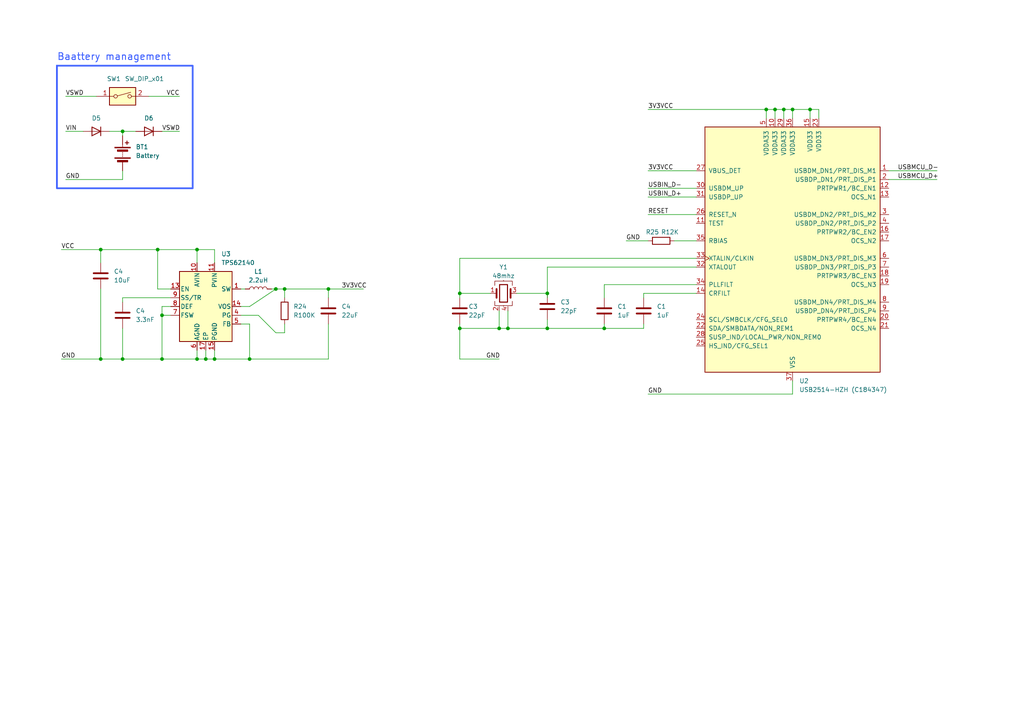
<source format=kicad_sch>
(kicad_sch (version 20230121) (generator eeschema)
  (paper "A4")
  (lib_symbols
    (symbol "Device:Battery" (pin_numbers hide) (pin_names (offset 0) hide)
      (property "Reference" "BT" (at 2.54 2.54 0))
      (property "Value" "Battery" (at 2.54 0 0))
      (symbol "Battery_0_1"
        (rectangle (start -2.286 -1.27) (end 2.286 -1.524) (fill (type outline)))
        (rectangle (start -2.286 1.778) (end 2.286 1.524) (fill (type outline)))
        (rectangle (start -1.524 -2.032) (end 1.524 -2.54) (fill (type outline)))
        (rectangle (start -1.524 1.016) (end 1.524 0.508) (fill (type outline)))
        (polyline (pts (xy 0 -1.016) (xy 0 -0.762)))
        (polyline (pts (xy 0 -0.508) (xy 0 -0.254)))
        (polyline (pts (xy 0 0) (xy 0 0.254)))
        (polyline (pts (xy 0 1.778) (xy 0 2.54)))
        (polyline (pts (xy 0.762 3.048) (xy 1.778 3.048)) (stroke (width 0.254)))
        (polyline (pts (xy 1.27 3.556) (xy 1.27 2.54)) (stroke (width 0.254)))
      )
      (symbol "Battery_1_1"
        (pin passive line (at 0 5.08 270) (length 2.54) (name "+") (number "1"))
        (pin passive line (at 0 -5.08 90) (length 2.54) (name "-") (number "2"))
      )
    )
    (symbol "Device:C" (pin_numbers hide) (pin_names (offset 0.254))
      (property "Reference" "C" (at 0.635 2.54 0))
      (property "Value" "C" (at 0.635 -2.54 0))
      (symbol "C_0_1"
        (polyline (pts (xy -2.032 -0.762) (xy 2.032 -0.762)) (stroke (width 0.508)))
        (polyline (pts (xy -2.032 0.762) (xy 2.032 0.762)) (stroke (width 0.508)))
      )
      (symbol "C_1_1"
        (pin passive line (at 0 3.81 270) (length 2.794) (name "~") (number "1"))
        (pin passive line (at 0 -3.81 90) (length 2.794) (name "~") (number "2"))
      )
    )
    (symbol "Device:Crystal_GND24" (pin_names (offset 1.016) hide)
      (property "Reference" "Y1" (at 11.43 4.1909 0))
      (property "Value" "Crystal_GND24" (at 11.43 1.6509 0))
      (symbol "Crystal_GND24_0_1"
        (rectangle (start -1.143 2.54) (end 1.143 -2.54) (stroke (width 0.3048)))
        (polyline (pts (xy -2.54 0) (xy -2.032 0)))
        (polyline (pts (xy -2.032 -1.27) (xy -2.032 1.27)) (stroke (width 0.508)))
        (polyline (pts (xy 0 -3.81) (xy 0 -3.556)))
        (polyline (pts (xy 0 3.556) (xy 0 3.81)))
        (polyline (pts (xy 2.032 -1.27) (xy 2.032 1.27)) (stroke (width 0.508)))
        (polyline (pts (xy 2.032 0) (xy 2.54 0)))
        (polyline (pts (xy -2.54 -2.286) (xy -2.54 -3.556) (xy 2.54 -3.556) (xy 2.54 -2.286)))
        (polyline (pts (xy -2.54 2.286) (xy -2.54 3.556) (xy 2.54 3.556) (xy 2.54 2.286)))
      )
      (symbol "Crystal_GND24_1_1"
        (pin passive line (at -3.81 0 0) (length 1.27) (name "1") (number "1"))
        (pin passive line (at -1.27 -5.08 90) (length 1.27) (name "2") (number "2"))
        (pin passive line (at 3.81 0 180) (length 1.27) (name "3") (number "3"))
        (pin passive line (at 1.27 -5.08 90) (length 1.27) (name "4") (number "4"))
      )
    )
    (symbol "Device:D" (pin_numbers hide) (pin_names (offset 1.016) hide)
      (property "Reference" "D" (at 0 2.54 0))
      (property "Value" "D" (at 0 -2.54 0))
      (symbol "D_0_1"
        (polyline (pts (xy -1.27 1.27) (xy -1.27 -1.27)) (stroke (width 0.254)))
        (polyline (pts (xy 1.27 0) (xy -1.27 0)))
        (polyline (pts (xy 1.27 1.27) (xy 1.27 -1.27) (xy -1.27 0) (xy 1.27 1.27)) (stroke (width 0.254)))
      )
      (symbol "D_1_1"
        (pin passive line (at -3.81 0 0) (length 2.54) (name "K") (number "1"))
        (pin passive line (at 3.81 0 180) (length 2.54) (name "A") (number "2"))
      )
    )
    (symbol "Device:L" (pin_numbers hide) (pin_names (offset 1.016) hide)
      (property "Reference" "L" (at -1.27 0 90))
      (property "Value" "L" (at 1.905 0 90))
      (symbol "L_0_1"
        (arc (start 0 -2.54) (mid 0.6323 -1.905) (end 0 -1.27))
        (arc (start 0 -1.27) (mid 0.6323 -0.635) (end 0 0))
        (arc (start 0 0) (mid 0.6323 0.635) (end 0 1.27))
        (arc (start 0 1.27) (mid 0.6323 1.905) (end 0 2.54))
      )
      (symbol "L_1_1"
        (pin passive line (at 0 3.81 270) (length 1.27) (name "1") (number "1"))
        (pin passive line (at 0 -3.81 90) (length 1.27) (name "2") (number "2"))
      )
    )
    (symbol "Device:R" (pin_numbers hide) (pin_names (offset 0))
      (property "Reference" "R" (at 2.032 0 90))
      (property "Value" "R" (at 0 0 90))
      (symbol "R_0_1"
        (rectangle (start -1.016 -2.54) (end 1.016 2.54) (stroke (width 0.254)))
      )
      (symbol "R_1_1"
        (pin passive line (at 0 3.81 270) (length 1.27) (name "~") (number "1"))
        (pin passive line (at 0 -3.81 90) (length 1.27) (name "~") (number "2"))
      )
    )
    (symbol "Interface_USB:USB2514B_Bi" (pin_names (offset 1.016))
      (property "Reference" "U" (at -17.78 40.64 0))
      (property "Value" "USB2514B_Bi" (at -20.32 38.1 0))
      (symbol "USB2514B_Bi_0_1"
        (rectangle (start -25.4 35.56) (end 25.4 -35.56) (stroke (width 0.254)) (fill (type background)))
      )
      (symbol "USB2514B_Bi_1_1"
        (pin bidirectional line (at 27.94 22.86 180) (length 2.54) (name "USBDM_DN1/PRT_DIS_M1") (number "1"))
        (pin power_in line (at -5.08 38.1 270) (length 2.54) (name "VDDA33") (number "10"))
        (pin input line (at -27.94 7.62 0) (length 2.54) (name "TEST") (number "11"))
        (pin bidirectional line (at 27.94 17.78 180) (length 2.54) (name "PRTPWR1/BC_EN1") (number "12"))
        (pin input line (at 27.94 15.24 180) (length 2.54) (name "OCS_N1") (number "13"))
        (pin input line (at -27.94 -12.7 0) (length 2.54) (name "CRFILT") (number "14"))
        (pin power_in line (at 5.08 38.1 270) (length 2.54) (name "VDD33") (number "15"))
        (pin bidirectional line (at 27.94 5.08 180) (length 2.54) (name "PRTPWR2/BC_EN2") (number "16"))
        (pin input line (at 27.94 2.54 180) (length 2.54) (name "OCS_N2") (number "17"))
        (pin bidirectional line (at 27.94 -7.62 180) (length 2.54) (name "PRTPWR3/BC_EN3") (number "18"))
        (pin input line (at 27.94 -10.16 180) (length 2.54) (name "OCS_N3") (number "19"))
        (pin bidirectional line (at 27.94 20.32 180) (length 2.54) (name "USBDP_DN1/PRT_DIS_P1") (number "2"))
        (pin bidirectional line (at 27.94 -20.32 180) (length 2.54) (name "PRTPWR4/BC_EN4") (number "20"))
        (pin input line (at 27.94 -22.86 180) (length 2.54) (name "OCS_N4") (number "21"))
        (pin bidirectional line (at -27.94 -22.86 0) (length 2.54) (name "SDA/SMBDATA/NON_REM1") (number "22"))
        (pin power_in line (at 7.62 38.1 270) (length 2.54) (name "VDD33") (number "23"))
        (pin bidirectional line (at -27.94 -20.32 0) (length 2.54) (name "SCL/SMBCLK/CFG_SEL0") (number "24"))
        (pin bidirectional line (at -27.94 -27.94 0) (length 2.54) (name "HS_IND/CFG_SEL1") (number "25"))
        (pin input line (at -27.94 10.16 0) (length 2.54) (name "RESET_N") (number "26"))
        (pin input line (at -27.94 22.86 0) (length 2.54) (name "VBUS_DET") (number "27"))
        (pin bidirectional line (at -27.94 -25.4 0) (length 2.54) (name "SUSP_IND/LOCAL_PWR/NON_REM0") (number "28"))
        (pin power_in line (at -2.54 38.1 270) (length 2.54) (name "VDDA33") (number "29"))
        (pin bidirectional line (at 27.94 10.16 180) (length 2.54) (name "USBDM_DN2/PRT_DIS_M2") (number "3"))
        (pin bidirectional line (at -27.94 17.78 0) (length 2.54) (name "USBDM_UP") (number "30"))
        (pin bidirectional line (at -27.94 15.24 0) (length 2.54) (name "USBDP_UP") (number "31"))
        (pin output line (at -27.94 -5.08 0) (length 2.54) (name "XTALOUT") (number "32"))
        (pin input clock (at -27.94 -2.54 0) (length 2.54) (name "XTALIN/CLKIN") (number "33"))
        (pin input line (at -27.94 -10.16 0) (length 2.54) (name "PLLFILT") (number "34"))
        (pin input line (at -27.94 2.54 0) (length 2.54) (name "RBIAS") (number "35"))
        (pin power_in line (at 0 38.1 270) (length 2.54) (name "VDDA33") (number "36"))
        (pin power_in line (at 0 -38.1 90) (length 2.54) (name "VSS") (number "37"))
        (pin bidirectional line (at 27.94 7.62 180) (length 2.54) (name "USBDP_DN2/PRT_DIS_P2") (number "4"))
        (pin power_in line (at -7.62 38.1 270) (length 2.54) (name "VDDA33") (number "5"))
        (pin bidirectional line (at 27.94 -2.54 180) (length 2.54) (name "USBDM_DN3/PRT_DIS_M3") (number "6"))
        (pin bidirectional line (at 27.94 -5.08 180) (length 2.54) (name "USBDP_DN3/PRT_DIS_P3") (number "7"))
        (pin bidirectional line (at 27.94 -15.24 180) (length 2.54) (name "USBDM_DN4/PRT_DIS_M4") (number "8"))
        (pin bidirectional line (at 27.94 -17.78 180) (length 2.54) (name "USBDP_DN4/PRT_DIS_P4") (number "9"))
      )
    )
    (symbol "Regulator_Switching:TPS62140" (pin_names (offset 0.254))
      (property "Reference" "U" (at 3.81 13.97 0))
      (property "Value" "TPS62140" (at 3.81 11.43 0))
      (symbol "TPS62140_0_1"
        (rectangle (start -7.62 10.16) (end 7.62 -10.16) (stroke (width 0.254)) (fill (type background)))
      )
      (symbol "TPS62140_1_1"
        (pin output line (at 10.16 5.08 180) (length 2.54) (name "SW") (number "1"))
        (pin power_in line (at -2.54 12.7 270) (length 2.54) (name "AVIN") (number "10"))
        (pin power_in line (at 2.54 12.7 270) (length 2.54) (name "PVIN") (number "11"))
        (pin passive line (at 2.54 12.7 270) (length 2.54) hide (name "PVIN") (number "12"))
        (pin input line (at -10.16 5.08 0) (length 2.54) (name "EN") (number "13"))
        (pin input line (at 10.16 0 180) (length 2.54) (name "VOS") (number "14"))
        (pin power_in line (at 2.54 -12.7 90) (length 2.54) (name "PGND") (number "15"))
        (pin passive line (at 2.54 -12.7 90) (length 2.54) hide (name "PGND") (number "16"))
        (pin power_in line (at 0 -12.7 90) (length 2.54) (name "EP") (number "17"))
        (pin passive line (at 10.16 5.08 180) (length 2.54) hide (name "SW") (number "2"))
        (pin passive line (at 10.16 5.08 180) (length 2.54) hide (name "SW") (number "3"))
        (pin open_collector line (at 10.16 -2.54 180) (length 2.54) (name "PG") (number "4"))
        (pin input line (at 10.16 -5.08 180) (length 2.54) (name "FB") (number "5"))
        (pin power_in line (at -2.54 -12.7 90) (length 2.54) (name "AGND") (number "6"))
        (pin input line (at -10.16 -2.54 0) (length 2.54) (name "FSW") (number "7"))
        (pin input line (at -10.16 0 0) (length 2.54) (name "DEF") (number "8"))
        (pin input line (at -10.16 2.54 0) (length 2.54) (name "SS/TR") (number "9"))
      )
    )
    (symbol "Switch:SW_DIP_x01" (pin_names (offset 0) hide)
      (property "Reference" "SW" (at 0 3.81 0))
      (property "Value" "SW_DIP_x01" (at 0 -3.81 0))
      (symbol "SW_DIP_x01_0_0"
        (circle (center -2.032 0) (radius 0.508))
        (polyline (pts (xy -1.524 0.127) (xy 2.3622 1.1684)))
        (circle (center 2.032 0) (radius 0.508))
      )
      (symbol "SW_DIP_x01_0_1"
        (rectangle (start -3.81 2.54) (end 3.81 -2.54) (stroke (width 0.254)) (fill (type background)))
      )
      (symbol "SW_DIP_x01_1_1"
        (pin passive line (at -7.62 0 0) (length 5.08) (name "~") (number "1"))
        (pin passive line (at 7.62 0 180) (length 5.08) (name "~") (number "2"))
      )
    )
  )
  (junction (at 133.35 95.25))
  (junction (at 57.15 104.14))
  (junction (at 35.56 104.14))
  (junction (at 46.99 104.14))
  (junction (at 144.78 95.25))
  (junction (at 95.25 83.82))
  (junction (at 46.99 91.44))
  (junction (at 227.33 31.75))
  (junction (at 35.56 38.1))
  (junction (at 57.15 72.39))
  (junction (at 80.01 83.82))
  (junction (at 158.75 95.25))
  (junction (at 175.26 95.25))
  (junction (at 222.25 31.75))
  (junction (at 147.32 95.25))
  (junction (at 29.21 72.39))
  (junction (at 62.23 104.14))
  (junction (at 59.69 104.14))
  (junction (at 45.72 72.39))
  (junction (at 29.21 104.14))
  (junction (at 133.35 85.09))
  (junction (at 82.55 83.82))
  (junction (at 224.79 31.75))
  (junction (at 158.75 85.09))
  (junction (at 234.95 31.75))
  (junction (at 72.39 104.14))
  (junction (at 229.87 31.75))
  (wire (pts (xy 187.96 57.15) (xy 201.93 57.15)))
  (wire (pts (xy 62.23 76.2) (xy 62.23 72.39)))
  (wire (pts (xy 133.35 85.09) (xy 142.24 85.09)))
  (wire (pts (xy 175.26 82.55) (xy 175.26 86.36)))
  (wire (pts (xy 181.61 69.85) (xy 187.96 69.85)))
  (wire (pts (xy 175.26 95.25) (xy 158.75 95.25)))
  (wire (pts (xy 195.58 69.85) (xy 201.93 69.85)))
  (wire (pts (xy 59.69 101.6) (xy 59.69 104.14)))
  (wire (pts (xy 144.78 90.17) (xy 144.78 95.25)))
  (wire (pts (xy 229.87 110.49) (xy 229.87 114.3)))
  (wire (pts (xy 222.25 34.29) (xy 222.25 31.75)))
  (wire (pts (xy 29.21 72.39) (xy 29.21 76.2)))
  (wire (pts (xy 229.87 34.29) (xy 229.87 31.75)))
  (wire (pts (xy 57.15 76.2) (xy 57.15 72.39)))
  (wire (pts (xy 46.99 88.9) (xy 46.99 91.44)))
  (wire (pts (xy 17.78 104.14) (xy 29.21 104.14)))
  (wire (pts (xy 95.25 93.98) (xy 95.25 104.14)))
  (wire (pts (xy 35.56 95.25) (xy 35.56 104.14)))
  (wire (pts (xy 57.15 104.14) (xy 57.15 101.6)))
  (wire (pts (xy 72.39 93.98) (xy 72.39 104.14)))
  (wire (pts (xy 49.53 83.82) (xy 45.72 83.82)))
  (wire (pts (xy 95.25 86.36) (xy 95.25 83.82)))
  (wire (pts (xy 201.93 82.55) (xy 175.26 82.55)))
  (wire (pts (xy 62.23 72.39) (xy 57.15 72.39)))
  (wire (pts (xy 69.85 88.9) (xy 72.39 88.9)))
  (wire (pts (xy 17.78 72.39) (xy 29.21 72.39)))
  (wire (pts (xy 133.35 74.93) (xy 201.93 74.93)))
  (wire (pts (xy 45.72 83.82) (xy 45.72 72.39)))
  (wire (pts (xy 187.96 54.61) (xy 201.93 54.61)))
  (wire (pts (xy 227.33 34.29) (xy 227.33 31.75)))
  (wire (pts (xy 35.56 39.37) (xy 35.56 38.1)))
  (wire (pts (xy 19.05 27.94) (xy 27.94 27.94)))
  (wire (pts (xy 133.35 86.36) (xy 133.35 85.09)))
  (wire (pts (xy 43.18 27.94) (xy 52.07 27.94)))
  (wire (pts (xy 71.12 83.82) (xy 69.85 83.82)))
  (wire (pts (xy 229.87 31.75) (xy 227.33 31.75)))
  (wire (pts (xy 57.15 72.39) (xy 45.72 72.39)))
  (wire (pts (xy 35.56 104.14) (xy 46.99 104.14)))
  (wire (pts (xy 31.75 38.1) (xy 35.56 38.1)))
  (wire (pts (xy 175.26 93.98) (xy 175.26 95.25)))
  (wire (pts (xy 95.25 83.82) (xy 105.41 83.82)))
  (wire (pts (xy 19.05 52.07) (xy 35.56 52.07)))
  (wire (pts (xy 237.49 34.29) (xy 237.49 31.75)))
  (wire (pts (xy 133.35 95.25) (xy 133.35 93.98)))
  (wire (pts (xy 186.69 95.25) (xy 175.26 95.25)))
  (wire (pts (xy 201.93 85.09) (xy 186.69 85.09)))
  (wire (pts (xy 147.32 90.17) (xy 147.32 95.25)))
  (wire (pts (xy 78.74 83.82) (xy 80.01 83.82)))
  (wire (pts (xy 49.53 91.44) (xy 46.99 91.44)))
  (wire (pts (xy 234.95 31.75) (xy 229.87 31.75)))
  (wire (pts (xy 158.75 85.09) (xy 158.75 77.47)))
  (wire (pts (xy 80.01 96.52) (xy 82.55 96.52)))
  (wire (pts (xy 95.25 104.14) (xy 72.39 104.14)))
  (wire (pts (xy 69.85 93.98) (xy 72.39 93.98)))
  (wire (pts (xy 147.32 95.25) (xy 158.75 95.25)))
  (wire (pts (xy 222.25 31.75) (xy 224.79 31.75)))
  (wire (pts (xy 237.49 31.75) (xy 234.95 31.75)))
  (wire (pts (xy 187.96 62.23) (xy 201.93 62.23)))
  (wire (pts (xy 144.78 95.25) (xy 147.32 95.25)))
  (wire (pts (xy 133.35 104.14) (xy 144.78 104.14)))
  (wire (pts (xy 234.95 34.29) (xy 234.95 31.75)))
  (wire (pts (xy 72.39 88.9) (xy 80.01 83.82)))
  (wire (pts (xy 29.21 83.82) (xy 29.21 104.14)))
  (wire (pts (xy 82.55 86.36) (xy 82.55 83.82)))
  (wire (pts (xy 74.93 91.44) (xy 80.01 96.52)))
  (wire (pts (xy 49.53 86.36) (xy 35.56 86.36)))
  (wire (pts (xy 187.96 114.3) (xy 229.87 114.3)))
  (wire (pts (xy 187.96 31.75) (xy 222.25 31.75)))
  (wire (pts (xy 158.75 92.71) (xy 158.75 95.25)))
  (wire (pts (xy 187.96 49.53) (xy 201.93 49.53)))
  (wire (pts (xy 29.21 72.39) (xy 45.72 72.39)))
  (wire (pts (xy 19.05 38.1) (xy 24.13 38.1)))
  (wire (pts (xy 133.35 74.93) (xy 133.35 85.09)))
  (wire (pts (xy 186.69 85.09) (xy 186.69 86.36)))
  (wire (pts (xy 149.86 85.09) (xy 158.75 85.09)))
  (wire (pts (xy 158.75 86.36) (xy 158.75 85.09)))
  (wire (pts (xy 35.56 49.53) (xy 35.56 52.07)))
  (wire (pts (xy 35.56 86.36) (xy 35.56 87.63)))
  (wire (pts (xy 224.79 34.29) (xy 224.79 31.75)))
  (wire (pts (xy 62.23 101.6) (xy 62.23 104.14)))
  (wire (pts (xy 257.81 52.07) (xy 271.78 52.07)))
  (wire (pts (xy 133.35 95.25) (xy 144.78 95.25)))
  (wire (pts (xy 72.39 104.14) (xy 62.23 104.14)))
  (wire (pts (xy 49.53 88.9) (xy 46.99 88.9)))
  (wire (pts (xy 82.55 96.52) (xy 82.55 93.98)))
  (wire (pts (xy 59.69 104.14) (xy 57.15 104.14)))
  (wire (pts (xy 80.01 83.82) (xy 82.55 83.82)))
  (wire (pts (xy 227.33 31.75) (xy 224.79 31.75)))
  (wire (pts (xy 82.55 83.82) (xy 95.25 83.82)))
  (wire (pts (xy 46.99 104.14) (xy 57.15 104.14)))
  (wire (pts (xy 46.99 38.1) (xy 52.07 38.1)))
  (wire (pts (xy 257.81 49.53) (xy 271.78 49.53)))
  (wire (pts (xy 62.23 104.14) (xy 59.69 104.14)))
  (wire (pts (xy 46.99 91.44) (xy 46.99 104.14)))
  (wire (pts (xy 186.69 93.98) (xy 186.69 95.25)))
  (wire (pts (xy 35.56 104.14) (xy 29.21 104.14)))
  (wire (pts (xy 39.37 38.1) (xy 35.56 38.1)))
  (wire (pts (xy 158.75 77.47) (xy 201.93 77.47)))
  (wire (pts (xy 69.85 91.44) (xy 74.93 91.44)))
  (wire (pts (xy 133.35 95.25) (xy 133.35 104.14)))
  (rectangle (start 16.51 19.05) (end 55.88 54.61) (stroke (width 0.5) (color 59 93 255 1)))
  (text "Baattery management" (at 16.51 17.78 0) (effects (font (size 2 2) (thickness 0.254) bold) (justify left bottom)))
  (label "3V3VCC" (at 99.06 83.82 0))
  (label "USBMCU_D+" (at 260.35 52.07 0))
  (label "GND" (at 181.61 69.85 0))
  (label "VSWD" (at 19.05 27.94 0))
  (label "VCC" (at 17.78 72.39 0))
  (label "VIN" (at 19.05 38.1 0))
  (label "GND" (at 17.78 104.14 0))
  (label "USBIN_D+" (at 187.96 57.15 0))
  (label "RESET" (at 187.96 62.23 0))
  (label "USBIN_D-" (at 187.96 54.61 0))
  (label "USBMCU_D-" (at 260.35 49.53 0))
  (label "GND" (at 19.05 52.07 0))
  (label "GND" (at 187.96 114.3 0))
  (label "3V3VCC" (at 187.96 31.75 0))
  (label "GND" (at 140.97 104.14 0))
  (label "VCC" (at 48.26 27.94 0))
  (label "3V3VCC" (at 187.96 49.53 0))
  (label "VSWD" (at 46.99 38.1 0))
  (symbol (lib_id "Interface_USB:USB2514B_Bi") (at 229.87 72.39 0) (unit 1)
    (property "Reference" "U2" (at 231.8259 110.49 0) (effects (justify left)))
    (property "Value" "USB2514-HZH (C184347)" (at 231.8259 113.03 0) (effects (justify left)))
    (property "Footprint" "Package_DFN_QFN:VQFN-48-1EP_7x7mm_P0.5mm_EP4.1x4.1mm" (effects hide))
    (property "Datasheet" "http://ww1.microchip.com/downloads/en/DeviceDoc/00001692C.pdf" (effects hide))
  )
  (symbol (lib_id "Device:Battery") (at 35.56 44.45 0) (unit 1)
    (property "Reference" "BT1" (at 39.37 42.6085 0) (effects (justify left)))
    (property "Value" "Battery" (at 39.37 45.1485 0) (effects (justify left)))
    (property "Footprint" "Connector_PinHeader_2.54mm:PinHeader_1x02_P2.54mm_Vertical" (effects hide))
  )
  (symbol (lib_id "Device:L") (at 74.93 83.82 90) (unit 1)
    (property "Reference" "L1" (at 74.93 78.74 90))
    (property "Value" "2.2uH" (at 74.93 81.28 90))
  )
  (symbol (lib_id "Device:C") (at 35.56 91.44 0) (unit 1)
    (property "Reference" "C4" (at 39.37 90.17 0) (effects (justify left)))
    (property "Value" "3.3nF" (at 39.37 92.71 0) (effects (justify left)))
    (property "Footprint" "Capacitor_SMD:C_0402_1005Metric" (effects hide))
    (instances (project "keyboard" (path "" (reference "C4") (unit 1)) (path "" (reference "C29") (unit 1))))
  )
  (symbol (lib_id "Device:D") (at 27.94 38.1 180) (unit 1)
    (property "Reference" "D5" (at 27.94 34.29 0))
    (property "Value" "D" (effects hide))
    (property "Footprint" "Diode_SMD:D_0402_1005Metric" (effects hide))
    (property "Sim.Device" "D" (effects hide))
    (property "Sim.Pins" "1=K 2=A" (effects hide))
  )
  (symbol (lib_id "Switch:SW_DIP_x01") (at 35.56 27.94 0) (unit 1)
    (property "Reference" "SW1" (at 33.02 22.86 0))
    (property "Value" "SW_DIP_x01" (at 41.91 22.86 0))
    (property "Footprint" "Connector_PinHeader_2.54mm:PinHeader_1x02_P2.54mm_Vertical" (effects hide))
  )
  (symbol (lib_id "Device:Crystal_GND24") (at 146.05 85.09 0) (unit 1)
    (property "Reference" "Y1" (at 146.05 77.47 0))
    (property "Value" "48mhz" (at 146.05 80.01 0))
    (property "Footprint" "Crystal:Crystal_SMD_TXC_7M-4Pin_3.2x2.5mm" (effects hide))
    (instances (project "keyboard" (path "" (reference "Y1") (unit 1)) (path "" (reference "Y2") (unit 1))))
  )
  (symbol (lib_id "Device:C") (at 29.21 80.01 0) (unit 1)
    (property "Reference" "C4" (at 33.02 78.74 0) (effects (justify left)))
    (property "Value" "10uF" (at 33.02 81.28 0) (effects (justify left)))
    (property "Footprint" "Capacitor_SMD:C_0402_1005Metric" (effects hide))
    (instances (project "keyboard" (path "" (reference "C4") (unit 1)) (path "" (reference "C28") (unit 1))))
  )
  (symbol (lib_id "Device:R") (at 191.77 69.85 90) (unit 1)
    (property "Reference" "R25" (at 189.23 67.31 90))
    (property "Value" "R12K" (at 194.31 67.31 90))
  )
  (symbol (lib_id "Device:C") (at 186.69 90.17 0) (unit 1)
    (property "Reference" "C1" (at 190.5 88.9 0) (effects (justify left)))
    (property "Value" "1uF" (at 190.5 91.44 0) (effects (justify left)))
    (property "Footprint" "Capacitor_SMD:C_0402_1005Metric" (effects hide))
    (instances (project "keyboard" (path "" (reference "C1") (unit 1)) (path "" (reference "C33") (unit 1))))
  )
  (symbol (lib_id "Device:C") (at 158.75 88.9 0) (unit 1)
    (property "Reference" "C3" (at 162.56 87.63 0) (effects (justify left)))
    (property "Value" "22pF" (at 162.56 90.17 0) (effects (justify left)))
    (property "Footprint" "Capacitor_SMD:C_0402_1005Metric" (effects hide))
    (instances (project "keyboard" (path "" (reference "C3") (unit 1)) (path "" (reference "C31") (unit 1))))
  )
  (symbol (lib_id "Regulator_Switching:TPS62140") (at 59.69 88.9 0) (unit 1)
    (property "Reference" "U3" (at 64.1859 73.66 0) (effects (justify left)))
    (property "Value" "TPS62140" (at 64.1859 76.2 0) (effects (justify left)))
    (property "Footprint" "Package_DFN_QFN:VQFN-16-1EP_3x3mm_P0.5mm_EP1.68x1.68mm_ThermalVias" (effects hide))
    (property "Datasheet" "http://www.ti.com/lit/ds/symlink/TPS62140.pdf" (effects hide))
  )
  (symbol (lib_id "Device:C") (at 175.26 90.17 0) (unit 1)
    (property "Reference" "C1" (at 179.07 88.9 0) (effects (justify left)))
    (property "Value" "1uF" (at 179.07 91.44 0) (effects (justify left)))
    (property "Footprint" "Capacitor_SMD:C_0402_1005Metric" (effects hide))
    (instances (project "keyboard" (path "" (reference "C1") (unit 1)) (path "" (reference "C34") (unit 1))))
  )
  (symbol (lib_id "Device:C") (at 95.25 90.17 0) (unit 1)
    (property "Reference" "C4" (at 99.06 88.9 0) (effects (justify left)))
    (property "Value" "22uF" (at 99.06 91.44 0) (effects (justify left)))
    (property "Footprint" "Capacitor_SMD:C_0402_1005Metric" (effects hide))
    (instances (project "keyboard" (path "" (reference "C4") (unit 1)) (path "" (reference "C30") (unit 1))))
  )
  (symbol (lib_id "Device:C") (at 133.35 90.17 0) (unit 1)
    (property "Reference" "C3" (at 135.89 88.9 0) (effects (justify left)))
    (property "Value" "22pF" (at 135.89 91.44 0) (effects (justify left)))
    (property "Footprint" "Capacitor_SMD:C_0402_1005Metric" (effects hide))
    (instances (project "keyboard" (path "" (reference "C3") (unit 1)) (path "" (reference "C32") (unit 1))))
  )
  (symbol (lib_id "Device:R") (at 82.55 90.17 0) (unit 1)
    (property "Reference" "R24" (at 85.09 88.9 0) (effects (justify left)))
    (property "Value" "R100K" (at 85.09 91.44 0) (effects (justify left)))
  )
  (symbol (lib_id "Device:D") (at 43.18 38.1 180) (unit 1)
    (property "Reference" "D6" (at 43.18 34.29 0))
    (property "Value" "D" (effects hide))
    (property "Footprint" "Diode_SMD:D_0402_1005Metric" (effects hide))
    (property "Sim.Device" "D" (effects hide))
    (property "Sim.Pins" "1=K 2=A" (effects hide))
  )
)
</source>
